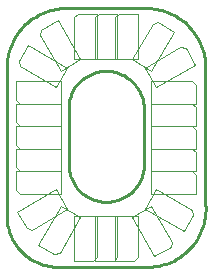
<source format=gto>
G75*
%MOIN*%
%OFA0B0*%
%FSLAX24Y24*%
%IPPOS*%
%LPD*%
%AMOC8*
5,1,8,0,0,1.08239X$1,22.5*
%
%ADD10C,0.0100*%
%ADD11C,0.0040*%
D10*
X002329Y004017D02*
X002329Y008954D01*
X002325Y009041D01*
X002326Y009129D01*
X002330Y009216D01*
X002338Y009303D01*
X002349Y009390D01*
X002365Y009476D01*
X002384Y009561D01*
X002407Y009646D01*
X002433Y009729D01*
X002463Y009811D01*
X002497Y009892D01*
X002534Y009971D01*
X002575Y010048D01*
X002619Y010124D01*
X002666Y010197D01*
X002716Y010269D01*
X002770Y010338D01*
X002826Y010405D01*
X002886Y010469D01*
X002948Y010531D01*
X003012Y010590D01*
X003079Y010646D01*
X003149Y010699D01*
X003221Y010749D01*
X003295Y010795D01*
X003370Y010839D01*
X003448Y010879D01*
X003527Y010916D01*
X003608Y010949D01*
X003691Y010979D01*
X003774Y011005D01*
X003859Y011027D01*
X003944Y011046D01*
X004030Y011061D01*
X004117Y011072D01*
X004204Y011079D01*
X006892Y011079D01*
X006891Y011079D02*
X006979Y011080D01*
X007066Y011077D01*
X007153Y011070D01*
X007240Y011059D01*
X007326Y011045D01*
X007411Y011027D01*
X007496Y011005D01*
X007579Y010980D01*
X007662Y010951D01*
X007743Y010918D01*
X007822Y010882D01*
X007900Y010842D01*
X007976Y010799D01*
X008050Y010753D01*
X008122Y010704D01*
X008192Y010651D01*
X008259Y010596D01*
X008324Y010537D01*
X008386Y010476D01*
X008446Y010412D01*
X008503Y010346D01*
X008556Y010277D01*
X008607Y010206D01*
X008655Y010133D01*
X008699Y010058D01*
X008740Y009981D01*
X008778Y009902D01*
X008812Y009822D01*
X008843Y009740D01*
X008870Y009657D01*
X008893Y009573D01*
X008913Y009488D01*
X008929Y009402D01*
X008941Y009316D01*
X008949Y009229D01*
X008954Y009142D01*
X008954Y004517D01*
X008955Y004517D02*
X008959Y004430D01*
X008958Y004343D01*
X008954Y004256D01*
X008946Y004169D01*
X008934Y004083D01*
X008918Y003997D01*
X008899Y003912D01*
X008875Y003828D01*
X008848Y003745D01*
X008817Y003664D01*
X008783Y003584D01*
X008745Y003505D01*
X008703Y003429D01*
X008658Y003354D01*
X008610Y003281D01*
X008559Y003211D01*
X008504Y003143D01*
X008447Y003078D01*
X008386Y003015D01*
X008323Y002955D01*
X008257Y002898D01*
X008189Y002844D01*
X008118Y002792D01*
X008045Y002745D01*
X007971Y002700D01*
X007894Y002659D01*
X007815Y002622D01*
X007735Y002588D01*
X007653Y002557D01*
X007570Y002530D01*
X007486Y002507D01*
X007401Y002488D01*
X007315Y002473D01*
X007229Y002462D01*
X007142Y002454D01*
X007204Y002454D02*
X004204Y002454D01*
X004122Y002449D01*
X004040Y002447D01*
X003958Y002449D01*
X003876Y002456D01*
X003795Y002466D01*
X003714Y002480D01*
X003633Y002498D01*
X003554Y002519D01*
X003476Y002545D01*
X003399Y002574D01*
X003324Y002606D01*
X003250Y002642D01*
X003178Y002682D01*
X003108Y002725D01*
X003040Y002772D01*
X002975Y002821D01*
X002912Y002874D01*
X002851Y002929D01*
X002793Y002988D01*
X002738Y003049D01*
X002686Y003112D01*
X002638Y003178D01*
X002592Y003246D01*
X002549Y003317D01*
X002510Y003389D01*
X002475Y003463D01*
X002443Y003539D01*
X002414Y003616D01*
X002390Y003694D01*
X002369Y003774D01*
X002352Y003854D01*
X002338Y003935D01*
X002329Y004017D01*
X004392Y005767D02*
X004392Y007892D01*
X004403Y007961D01*
X004418Y008028D01*
X004437Y008095D01*
X004459Y008161D01*
X004485Y008225D01*
X004514Y008288D01*
X004547Y008349D01*
X004583Y008408D01*
X004623Y008465D01*
X004665Y008520D01*
X004710Y008572D01*
X004759Y008622D01*
X004810Y008669D01*
X004863Y008713D01*
X004919Y008754D01*
X004977Y008792D01*
X005037Y008827D01*
X005098Y008858D01*
X005162Y008886D01*
X005227Y008911D01*
X005293Y008932D01*
X005360Y008949D01*
X005428Y008962D01*
X005496Y008972D01*
X005566Y008978D01*
X005635Y008980D01*
X005704Y008978D01*
X005773Y008973D01*
X005842Y008963D01*
X005910Y008950D01*
X005977Y008933D01*
X006043Y008913D01*
X006108Y008889D01*
X006172Y008861D01*
X006234Y008830D01*
X006294Y008795D01*
X006352Y008758D01*
X006408Y008717D01*
X006462Y008673D01*
X006513Y008626D01*
X006561Y008577D01*
X006607Y008524D01*
X006650Y008470D01*
X006689Y008413D01*
X006726Y008354D01*
X006759Y008293D01*
X006789Y008231D01*
X006815Y008167D01*
X006838Y008101D01*
X006857Y008034D01*
X006872Y007967D01*
X006884Y007898D01*
X006891Y007830D01*
X006892Y007829D02*
X006892Y005704D01*
X006891Y005704D02*
X006880Y005635D01*
X006865Y005568D01*
X006846Y005501D01*
X006824Y005435D01*
X006798Y005371D01*
X006769Y005308D01*
X006736Y005247D01*
X006700Y005188D01*
X006660Y005131D01*
X006618Y005076D01*
X006573Y005024D01*
X006524Y004974D01*
X006473Y004927D01*
X006420Y004883D01*
X006364Y004842D01*
X006306Y004804D01*
X006246Y004769D01*
X006185Y004738D01*
X006121Y004710D01*
X006056Y004685D01*
X005990Y004664D01*
X005923Y004647D01*
X005855Y004634D01*
X005787Y004624D01*
X005717Y004618D01*
X005648Y004616D01*
X005579Y004618D01*
X005510Y004623D01*
X005441Y004633D01*
X005373Y004646D01*
X005306Y004663D01*
X005240Y004683D01*
X005175Y004707D01*
X005111Y004735D01*
X005049Y004766D01*
X004989Y004801D01*
X004931Y004838D01*
X004875Y004879D01*
X004821Y004923D01*
X004770Y004970D01*
X004722Y005019D01*
X004676Y005072D01*
X004633Y005126D01*
X004594Y005183D01*
X004557Y005242D01*
X004524Y005303D01*
X004494Y005365D01*
X004468Y005429D01*
X004445Y005495D01*
X004426Y005562D01*
X004411Y005629D01*
X004399Y005698D01*
X004392Y005766D01*
D11*
X004129Y004479D02*
X003379Y003180D01*
X003921Y002867D01*
X004091Y002913D01*
X004779Y004104D01*
X004129Y004479D01*
X004354Y004379D02*
X003163Y003692D01*
X002992Y003738D01*
X002680Y004279D01*
X003979Y005029D01*
X004354Y004379D01*
X004579Y004142D02*
X005329Y004142D01*
X005329Y002767D01*
X005204Y002642D01*
X004579Y002642D01*
X004579Y004142D01*
X005267Y004142D02*
X006017Y004142D01*
X006017Y002767D01*
X005892Y002642D01*
X005267Y002642D01*
X005267Y004142D01*
X005954Y004142D02*
X006704Y004142D01*
X006704Y002767D01*
X006579Y002642D01*
X005954Y002642D01*
X005954Y004142D01*
X006504Y004104D02*
X007154Y004479D01*
X007841Y003288D01*
X007796Y003117D01*
X007254Y002805D01*
X006504Y004104D01*
X006930Y004379D02*
X007305Y005029D01*
X008495Y004341D01*
X008541Y004171D01*
X008229Y003629D01*
X006930Y004379D01*
X007142Y004892D02*
X007142Y005642D01*
X008517Y005642D01*
X008642Y005517D01*
X008642Y004892D01*
X007142Y004892D01*
X007142Y005642D02*
X007142Y006392D01*
X007142Y007142D01*
X007142Y007892D01*
X008517Y007892D01*
X008642Y007767D01*
X008642Y007142D01*
X007142Y007142D01*
X008517Y007142D01*
X008642Y007017D01*
X008642Y006392D01*
X007142Y006392D01*
X008517Y006392D01*
X008642Y006267D01*
X008642Y005642D01*
X007142Y005642D01*
X007142Y007892D02*
X007142Y008642D01*
X008517Y008642D01*
X008642Y008517D01*
X008642Y007892D01*
X007142Y007892D01*
X007305Y008442D02*
X006930Y009091D01*
X008120Y009779D01*
X008291Y009733D01*
X008604Y009192D01*
X007305Y008442D01*
X007154Y008992D02*
X006504Y009367D01*
X007192Y010558D01*
X007363Y010604D01*
X007904Y010291D01*
X007154Y008992D01*
X006704Y009392D02*
X005954Y009392D01*
X005954Y010767D01*
X006079Y010892D01*
X006704Y010892D01*
X006704Y009392D01*
X006017Y009392D02*
X005267Y009392D01*
X005267Y010767D01*
X005392Y010892D01*
X006017Y010892D01*
X006017Y009392D01*
X005329Y009392D02*
X004579Y009392D01*
X004579Y010767D01*
X004704Y010892D01*
X005329Y010892D01*
X005329Y009392D01*
X004779Y009367D02*
X004129Y008992D01*
X003442Y010183D01*
X003488Y010354D01*
X004029Y010666D01*
X004779Y009367D01*
X004354Y009091D02*
X003979Y008442D01*
X002788Y009129D01*
X002742Y009300D01*
X003055Y009841D01*
X004354Y009091D01*
X004142Y008642D02*
X004142Y007892D01*
X002767Y007892D01*
X002642Y008017D01*
X002642Y008642D01*
X004142Y008642D01*
X004142Y007892D02*
X004142Y007142D01*
X004142Y006392D01*
X004142Y005642D01*
X002767Y005642D01*
X002642Y005767D01*
X002642Y006392D01*
X004142Y006392D01*
X002767Y006392D01*
X002642Y006517D01*
X002642Y007142D01*
X004142Y007142D01*
X002767Y007142D01*
X002642Y007267D01*
X002642Y007892D01*
X004142Y007892D01*
X004142Y005642D02*
X002642Y005642D01*
X002642Y005017D01*
X002767Y004892D01*
X004142Y004892D01*
X004142Y005642D01*
M02*

</source>
